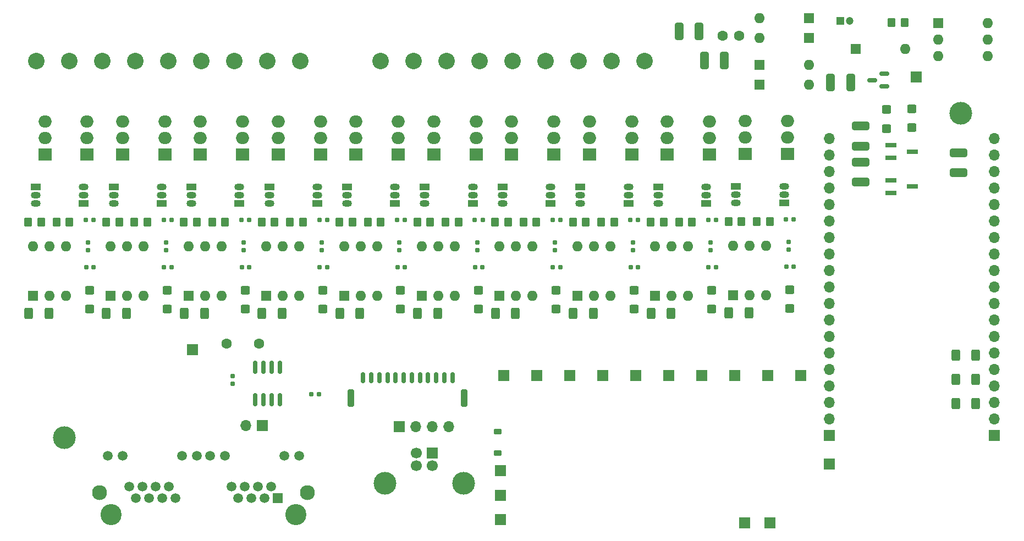
<source format=gbr>
%TF.GenerationSoftware,KiCad,Pcbnew,7.0.10*%
%TF.CreationDate,2024-07-06T13:40:55+02:00*%
%TF.ProjectId,OverlordDimmer,4f766572-6c6f-4726-9444-696d6d65722e,rev?*%
%TF.SameCoordinates,Original*%
%TF.FileFunction,Soldermask,Top*%
%TF.FilePolarity,Negative*%
%FSLAX46Y46*%
G04 Gerber Fmt 4.6, Leading zero omitted, Abs format (unit mm)*
G04 Created by KiCad (PCBNEW 7.0.10) date 2024-07-06 13:40:55*
%MOMM*%
%LPD*%
G01*
G04 APERTURE LIST*
G04 Aperture macros list*
%AMRoundRect*
0 Rectangle with rounded corners*
0 $1 Rounding radius*
0 $2 $3 $4 $5 $6 $7 $8 $9 X,Y pos of 4 corners*
0 Add a 4 corners polygon primitive as box body*
4,1,4,$2,$3,$4,$5,$6,$7,$8,$9,$2,$3,0*
0 Add four circle primitives for the rounded corners*
1,1,$1+$1,$2,$3*
1,1,$1+$1,$4,$5*
1,1,$1+$1,$6,$7*
1,1,$1+$1,$8,$9*
0 Add four rect primitives between the rounded corners*
20,1,$1+$1,$2,$3,$4,$5,0*
20,1,$1+$1,$4,$5,$6,$7,0*
20,1,$1+$1,$6,$7,$8,$9,0*
20,1,$1+$1,$8,$9,$2,$3,0*%
G04 Aperture macros list end*
%ADD10R,1.600000X1.600000*%
%ADD11O,1.600000X1.600000*%
%ADD12R,2.000000X1.905000*%
%ADD13O,2.000000X1.905000*%
%ADD14R,1.700000X1.700000*%
%ADD15R,1.500000X1.050000*%
%ADD16O,1.500000X1.050000*%
%ADD17RoundRect,0.155000X0.212500X0.155000X-0.212500X0.155000X-0.212500X-0.155000X0.212500X-0.155000X0*%
%ADD18RoundRect,0.250000X0.400000X0.625000X-0.400000X0.625000X-0.400000X-0.625000X0.400000X-0.625000X0*%
%ADD19RoundRect,0.250000X-0.450000X0.400000X-0.450000X-0.400000X0.450000X-0.400000X0.450000X0.400000X0*%
%ADD20RoundRect,0.250000X0.350000X0.450000X-0.350000X0.450000X-0.350000X-0.450000X0.350000X-0.450000X0*%
%ADD21RoundRect,0.160000X-0.197500X-0.160000X0.197500X-0.160000X0.197500X0.160000X-0.197500X0.160000X0*%
%ADD22O,1.700000X1.700000*%
%ADD23RoundRect,0.250000X-0.400000X-0.625000X0.400000X-0.625000X0.400000X0.625000X-0.400000X0.625000X0*%
%ADD24RoundRect,0.160000X-0.160000X0.197500X-0.160000X-0.197500X0.160000X-0.197500X0.160000X0.197500X0*%
%ADD25R,1.200000X1.200000*%
%ADD26C,1.200000*%
%ADD27C,2.540000*%
%ADD28RoundRect,0.150000X-0.150000X-0.700000X0.150000X-0.700000X0.150000X0.700000X-0.150000X0.700000X0*%
%ADD29RoundRect,0.250000X-0.250000X-1.100000X0.250000X-1.100000X0.250000X1.100000X-0.250000X1.100000X0*%
%ADD30C,3.250000*%
%ADD31R,1.500000X1.500000*%
%ADD32C,1.500000*%
%ADD33C,2.300000*%
%ADD34RoundRect,0.250000X1.075000X-0.400000X1.075000X0.400000X-1.075000X0.400000X-1.075000X-0.400000X0*%
%ADD35C,1.600000*%
%ADD36RoundRect,0.150000X-0.150000X0.825000X-0.150000X-0.825000X0.150000X-0.825000X0.150000X0.825000X0*%
%ADD37R,1.800000X0.800000*%
%ADD38RoundRect,0.250000X-0.350000X-0.450000X0.350000X-0.450000X0.350000X0.450000X-0.350000X0.450000X0*%
%ADD39C,3.500000*%
%ADD40C,1.700000*%
%ADD41RoundRect,0.250000X-0.400000X-1.075000X0.400000X-1.075000X0.400000X1.075000X-0.400000X1.075000X0*%
%ADD42RoundRect,0.160000X0.197500X0.160000X-0.197500X0.160000X-0.197500X-0.160000X0.197500X-0.160000X0*%
%ADD43RoundRect,0.250000X-1.075000X0.400000X-1.075000X-0.400000X1.075000X-0.400000X1.075000X0.400000X0*%
%ADD44RoundRect,0.225000X-0.375000X0.225000X-0.375000X-0.225000X0.375000X-0.225000X0.375000X0.225000X0*%
%ADD45RoundRect,0.150000X0.587500X0.150000X-0.587500X0.150000X-0.587500X-0.150000X0.587500X-0.150000X0*%
%ADD46RoundRect,0.250000X0.450000X-0.400000X0.450000X0.400000X-0.450000X0.400000X-0.450000X-0.400000X0*%
G04 APERTURE END LIST*
D10*
%TO.C,U5*%
X76989445Y-71550000D03*
D11*
X79529445Y-71550000D03*
X82069445Y-71550000D03*
X82069445Y-63930000D03*
X79529445Y-63930000D03*
X76989445Y-63930000D03*
%TD*%
D12*
%TO.C,Q11*%
X42907361Y-49850000D03*
D13*
X42907361Y-47310000D03*
X42907361Y-44770000D03*
%TD*%
D14*
%TO.C,Dbg1*%
X101600000Y-83820000D03*
%TD*%
D15*
%TO.C,Q18*%
X77449444Y-54780000D03*
D16*
X77449444Y-56050000D03*
X77449444Y-57320000D03*
%TD*%
D17*
%TO.C,C11*%
X122269027Y-67150000D03*
X121134027Y-67150000D03*
%TD*%
D14*
%TO.C,DbgCRX1*%
X142600000Y-106500000D03*
%TD*%
D18*
%TO.C,R5*%
X31530000Y-74250000D03*
X28430000Y-74250000D03*
%TD*%
D19*
%TO.C,D8*%
X133608888Y-70700000D03*
X133608888Y-73600000D03*
%TD*%
D20*
%TO.C,R21*%
X78289445Y-60250000D03*
X76289445Y-60250000D03*
%TD*%
D15*
%TO.C,Q34*%
X137336249Y-54693809D03*
D16*
X137336249Y-55963809D03*
X137336249Y-57233809D03*
%TD*%
D17*
%TO.C,C13*%
X146223749Y-67063809D03*
X145088749Y-67063809D03*
%TD*%
D21*
%TO.C,R24*%
X73174583Y-59850000D03*
X74369583Y-59850000D03*
%TD*%
D14*
%TO.C,11*%
X64435000Y-91535000D03*
D22*
X61895000Y-91535000D03*
%TD*%
D20*
%TO.C,R57*%
X142526250Y-60163809D03*
X140526250Y-60163809D03*
%TD*%
D15*
%TO.C,Q30*%
X101404166Y-54780000D03*
D16*
X101404166Y-56050000D03*
X101404166Y-57320000D03*
%TD*%
D19*
%TO.C,D4*%
X73722083Y-70700000D03*
X73722083Y-73600000D03*
%TD*%
D23*
%TO.C,R66*%
X171150000Y-88200000D03*
X174250000Y-88200000D03*
%TD*%
D14*
%TO.C,Dbg6*%
X127000000Y-83820000D03*
%TD*%
D10*
%TO.C,U10*%
X124898889Y-71550000D03*
D11*
X127438889Y-71550000D03*
X129978889Y-71550000D03*
X129978889Y-63930000D03*
X127438889Y-63930000D03*
X124898889Y-63930000D03*
%TD*%
D18*
%TO.C,R55*%
X139326250Y-74163809D03*
X136226250Y-74163809D03*
%TD*%
D21*
%TO.C,R51*%
X121084027Y-59850000D03*
X122279027Y-59850000D03*
%TD*%
D12*
%TO.C,Q42*%
X145226249Y-49763809D03*
D13*
X145226249Y-47223809D03*
X145226249Y-44683809D03*
%TD*%
D24*
%TO.C,R26*%
X85509444Y-63352500D03*
X85509444Y-64547500D03*
%TD*%
D20*
%TO.C,R8*%
X42357362Y-60250000D03*
X40357362Y-60250000D03*
%TD*%
D12*
%TO.C,Q20*%
X73362083Y-49850000D03*
D13*
X73362083Y-47310000D03*
X73362083Y-44770000D03*
%TD*%
D18*
%TO.C,R52*%
X127348889Y-74250000D03*
X124248889Y-74250000D03*
%TD*%
D24*
%TO.C,R62*%
X145396249Y-63266309D03*
X145396249Y-64461309D03*
%TD*%
D20*
%TO.C,R11*%
X54334723Y-60250000D03*
X52334723Y-60250000D03*
%TD*%
D21*
%TO.C,R10*%
X61197222Y-59850000D03*
X62392222Y-59850000D03*
%TD*%
D25*
%TO.C,C12*%
X153377401Y-29200000D03*
D26*
X154877401Y-29200000D03*
%TD*%
D15*
%TO.C,Q17*%
X84839445Y-57350000D03*
D16*
X84839445Y-56080000D03*
X84839445Y-54810000D03*
%TD*%
D20*
%TO.C,R2*%
X30380000Y-60250000D03*
X28380000Y-60250000D03*
%TD*%
D24*
%TO.C,R42*%
X97486805Y-63352500D03*
X97486805Y-64547500D03*
%TD*%
D10*
%TO.C,U2*%
X53034723Y-71550000D03*
D11*
X55574723Y-71550000D03*
X58114723Y-71550000D03*
X58114723Y-63930000D03*
X55574723Y-63930000D03*
X53034723Y-63930000D03*
%TD*%
D20*
%TO.C,R32*%
X94616806Y-60250000D03*
X92616806Y-60250000D03*
%TD*%
D10*
%TO.C,D13*%
X155790000Y-33600000D03*
D11*
X163410000Y-33600000D03*
%TD*%
D17*
%TO.C,C5*%
X74359583Y-67150000D03*
X73224583Y-67150000D03*
%TD*%
D27*
%TO.C,J1*%
X70220000Y-35450000D03*
X65140000Y-35450000D03*
X60060000Y-35450000D03*
X54980000Y-35450000D03*
X49900000Y-35450000D03*
X44820000Y-35450000D03*
X39740000Y-35450000D03*
X34660000Y-35450000D03*
X29580000Y-35450000D03*
%TD*%
D12*
%TO.C,Q14*%
X85339444Y-49850000D03*
D13*
X85339444Y-47310000D03*
X85339444Y-44770000D03*
%TD*%
D19*
%TO.C,D9*%
X121631527Y-70700000D03*
X121631527Y-73600000D03*
%TD*%
D10*
%TO.C,U7*%
X112921528Y-71550000D03*
D11*
X115461528Y-71550000D03*
X118001528Y-71550000D03*
X118001528Y-63930000D03*
X115461528Y-63930000D03*
X112921528Y-63930000D03*
%TD*%
D15*
%TO.C,Q9*%
X48907362Y-57350000D03*
D16*
X48907362Y-56080000D03*
X48907362Y-54810000D03*
%TD*%
D14*
%TO.C,Dbg3V3*%
X53700000Y-79900000D03*
%TD*%
D15*
%TO.C,Q13*%
X72862084Y-57350000D03*
D16*
X72862084Y-56080000D03*
X72862084Y-54810000D03*
%TD*%
D17*
%TO.C,C7*%
X110291666Y-67150000D03*
X109156666Y-67150000D03*
%TD*%
D28*
%TO.C,J6*%
X79925000Y-84150000D03*
X81175000Y-84150000D03*
X82425000Y-84150000D03*
X83675000Y-84150000D03*
X84925000Y-84150000D03*
X86175000Y-84150000D03*
X87425000Y-84150000D03*
X88675000Y-84150000D03*
X89925000Y-84150000D03*
X91175000Y-84150000D03*
X92425000Y-84150000D03*
X93675000Y-84150000D03*
D29*
X78075000Y-87350000D03*
X95525000Y-87350000D03*
%TD*%
D18*
%TO.C,R18*%
X43507362Y-74250000D03*
X40407362Y-74250000D03*
%TD*%
D15*
%TO.C,Q33*%
X120771528Y-57350000D03*
D16*
X120771528Y-56080000D03*
X120771528Y-54810000D03*
%TD*%
D17*
%TO.C,C1*%
X38427500Y-67150000D03*
X37292500Y-67150000D03*
%TD*%
D24*
%TO.C,R13*%
X59835000Y-83892500D03*
X59835000Y-85087500D03*
%TD*%
%TO.C,R53*%
X121441527Y-63352500D03*
X121441527Y-64547500D03*
%TD*%
D21*
%TO.C,R7*%
X49219861Y-59850000D03*
X50414861Y-59850000D03*
%TD*%
D30*
%TO.C,J3*%
X69540000Y-105310000D03*
X41090000Y-105310000D03*
D31*
X66750000Y-102770000D03*
D32*
X65734000Y-100990000D03*
X64718000Y-102770000D03*
X63702000Y-100990000D03*
X62686000Y-102770000D03*
X61670000Y-100990000D03*
X60654000Y-102770000D03*
X59638000Y-100990000D03*
X70050000Y-96170000D03*
X67760000Y-96170000D03*
X58620000Y-96170000D03*
X56330000Y-96170000D03*
X51000000Y-102770000D03*
X49984000Y-100990000D03*
X48968000Y-102770000D03*
X47952000Y-100990000D03*
X46936000Y-102770000D03*
X45920000Y-100990000D03*
X44904000Y-102770000D03*
X43888000Y-100990000D03*
X54300000Y-96170000D03*
X52010000Y-96170000D03*
X42870000Y-96170000D03*
X40580000Y-96170000D03*
D33*
X71320000Y-101880000D03*
X39320000Y-101880000D03*
%TD*%
D24*
%TO.C,R29*%
X73532083Y-63352500D03*
X73532083Y-64547500D03*
%TD*%
D10*
%TO.C,D11*%
X148610000Y-31900000D03*
D11*
X140990000Y-31900000D03*
%TD*%
D12*
%TO.C,Q4*%
X37430000Y-49850000D03*
D13*
X37430000Y-47310000D03*
X37430000Y-44770000D03*
%TD*%
D10*
%TO.C,D10*%
X148610000Y-28800000D03*
D11*
X140990000Y-28800000D03*
%TD*%
D24*
%TO.C,R40*%
X109464166Y-63352500D03*
X109464166Y-64547500D03*
%TD*%
D21*
%TO.C,R34*%
X97129305Y-59850000D03*
X98324305Y-59850000D03*
%TD*%
D20*
%TO.C,R49*%
X126198889Y-60250000D03*
X124198889Y-60250000D03*
%TD*%
D34*
%TO.C,R63*%
X171600000Y-52650000D03*
X171600000Y-49550000D03*
%TD*%
D12*
%TO.C,Q32*%
X138726249Y-49763809D03*
D13*
X138726249Y-47223809D03*
X138726249Y-44683809D03*
%TD*%
D12*
%TO.C,Q28*%
X102794166Y-49850000D03*
D13*
X102794166Y-47310000D03*
X102794166Y-44770000D03*
%TD*%
D14*
%TO.C,Dbg9*%
X142240000Y-83820000D03*
%TD*%
D10*
%TO.C,U3*%
X41057362Y-71550000D03*
D11*
X43597362Y-71550000D03*
X46137362Y-71550000D03*
X46137362Y-63930000D03*
X43597362Y-63930000D03*
X41057362Y-63930000D03*
%TD*%
D17*
%TO.C,C3*%
X50404861Y-67150000D03*
X49269861Y-67150000D03*
%TD*%
D14*
%TO.C,DbgGND1*%
X101075000Y-98515000D03*
%TD*%
D20*
%TO.C,R19*%
X82639445Y-60250000D03*
X80639445Y-60250000D03*
%TD*%
D12*
%TO.C,Q40*%
X133248888Y-49850000D03*
D13*
X133248888Y-47310000D03*
X133248888Y-44770000D03*
%TD*%
D18*
%TO.C,R39*%
X103394167Y-74250000D03*
X100294167Y-74250000D03*
%TD*%
D15*
%TO.C,Q31*%
X96816806Y-57350000D03*
D16*
X96816806Y-56080000D03*
X96816806Y-54810000D03*
%TD*%
D15*
%TO.C,Q38*%
X132748889Y-57350000D03*
D16*
X132748889Y-56080000D03*
X132748889Y-54810000D03*
%TD*%
D12*
%TO.C,Q24*%
X97316805Y-49850000D03*
D13*
X97316805Y-47310000D03*
X97316805Y-44770000D03*
%TD*%
D19*
%TO.C,D15*%
X160500000Y-42900000D03*
X160500000Y-45800000D03*
%TD*%
D17*
%TO.C,C2*%
X62382222Y-67150000D03*
X61247222Y-67150000D03*
%TD*%
D21*
%TO.C,R20*%
X85151944Y-59850000D03*
X86346944Y-59850000D03*
%TD*%
D35*
%TO.C,C9*%
X135300000Y-31500000D03*
X137800000Y-31500000D03*
%TD*%
D20*
%TO.C,R47*%
X130548889Y-60250000D03*
X128548889Y-60250000D03*
%TD*%
D12*
%TO.C,Q10*%
X49407361Y-49850000D03*
D13*
X49407361Y-47310000D03*
X49407361Y-44770000D03*
%TD*%
D15*
%TO.C,Q23*%
X113381527Y-54780000D03*
D16*
X113381527Y-56050000D03*
X113381527Y-57320000D03*
%TD*%
D36*
%TO.C,U4*%
X67140000Y-82600000D03*
X65870000Y-82600000D03*
X64600000Y-82600000D03*
X63330000Y-82600000D03*
X63330000Y-87550000D03*
X64600000Y-87550000D03*
X65870000Y-87550000D03*
X67140000Y-87550000D03*
%TD*%
D21*
%TO.C,R3*%
X37242500Y-59850000D03*
X38437500Y-59850000D03*
%TD*%
D14*
%TO.C,Dbg10*%
X147320000Y-83820000D03*
%TD*%
D37*
%TO.C,Q43*%
X161150000Y-48400000D03*
X161150000Y-50300000D03*
X164450000Y-49350000D03*
%TD*%
D38*
%TO.C,R56*%
X161300000Y-29500000D03*
X163300000Y-29500000D03*
%TD*%
D14*
%TO.C,Dbg5V0*%
X151700000Y-97500000D03*
%TD*%
D39*
%TO.C,H1*%
X33960000Y-93450000D03*
%TD*%
D14*
%TO.C,Dbg7*%
X132080000Y-83820000D03*
%TD*%
D21*
%TO.C,R37*%
X109106666Y-59850000D03*
X110301666Y-59850000D03*
%TD*%
D20*
%TO.C,R35*%
X106594167Y-60250000D03*
X104594167Y-60250000D03*
%TD*%
D19*
%TO.C,D17*%
X145586249Y-70613809D03*
X145586249Y-73513809D03*
%TD*%
D17*
%TO.C,C10*%
X134246388Y-67150000D03*
X133111388Y-67150000D03*
%TD*%
D15*
%TO.C,Q2*%
X29540000Y-54780000D03*
D16*
X29540000Y-56050000D03*
X29540000Y-57320000D03*
%TD*%
D14*
%TO.C,J5*%
X90600000Y-95760000D03*
D40*
X88100000Y-95760000D03*
X88100000Y-97760000D03*
X90600000Y-97760000D03*
D39*
X95370000Y-100470000D03*
X83330000Y-100470000D03*
%TD*%
D18*
%TO.C,R17*%
X55484723Y-74250000D03*
X52384723Y-74250000D03*
%TD*%
D20*
%TO.C,R9*%
X46707362Y-60250000D03*
X44707362Y-60250000D03*
%TD*%
D37*
%TO.C,Q45*%
X161150000Y-53800000D03*
X161150000Y-55700000D03*
X164450000Y-54750000D03*
%TD*%
D10*
%TO.C,D12*%
X140940000Y-36030000D03*
D11*
X148560000Y-36030000D03*
%TD*%
D21*
%TO.C,R58*%
X145038749Y-59763809D03*
X146233749Y-59763809D03*
%TD*%
D19*
%TO.C,D1*%
X37790000Y-70700000D03*
X37790000Y-73600000D03*
%TD*%
D41*
%TO.C,R59*%
X151900000Y-38700000D03*
X155000000Y-38700000D03*
%TD*%
D20*
%TO.C,R6*%
X58684723Y-60250000D03*
X56684723Y-60250000D03*
%TD*%
D12*
%TO.C,Q25*%
X90816805Y-49850000D03*
D13*
X90816805Y-47310000D03*
X90816805Y-44770000D03*
%TD*%
D18*
%TO.C,R31*%
X79439445Y-74250000D03*
X76339445Y-74250000D03*
%TD*%
D12*
%TO.C,Q5*%
X54884722Y-49850000D03*
D13*
X54884722Y-47310000D03*
X54884722Y-44770000D03*
%TD*%
D42*
%TO.C,R12*%
X73147500Y-86710000D03*
X71952500Y-86710000D03*
%TD*%
D20*
%TO.C,R50*%
X138176250Y-60163809D03*
X136176250Y-60163809D03*
%TD*%
D24*
%TO.C,R16*%
X61554722Y-63352500D03*
X61554722Y-64547500D03*
%TD*%
D14*
%TO.C,Dbg4*%
X116840000Y-83820000D03*
%TD*%
D20*
%TO.C,R22*%
X66312084Y-60250000D03*
X64312084Y-60250000D03*
%TD*%
D19*
%TO.C,D6*%
X97676805Y-70700000D03*
X97676805Y-73600000D03*
%TD*%
D14*
%TO.C,DbgCTX1*%
X138700000Y-106500000D03*
%TD*%
D20*
%TO.C,R1*%
X34730000Y-60250000D03*
X32730000Y-60250000D03*
%TD*%
D34*
%TO.C,R60*%
X156540000Y-48540000D03*
X156540000Y-45440000D03*
%TD*%
D17*
%TO.C,C6*%
X86336944Y-67150000D03*
X85201944Y-67150000D03*
%TD*%
D15*
%TO.C,Q29*%
X108794167Y-57350000D03*
D16*
X108794167Y-56080000D03*
X108794167Y-54810000D03*
%TD*%
D15*
%TO.C,Q26*%
X89426805Y-54780000D03*
D16*
X89426805Y-56050000D03*
X89426805Y-57320000D03*
%TD*%
D18*
%TO.C,R43*%
X115371528Y-74250000D03*
X112271528Y-74250000D03*
%TD*%
D20*
%TO.C,R38*%
X114221528Y-60250000D03*
X112221528Y-60250000D03*
%TD*%
D10*
%TO.C,U11*%
X136876250Y-71463809D03*
D11*
X139416250Y-71463809D03*
X141956250Y-71463809D03*
X141956250Y-63843809D03*
X139416250Y-63843809D03*
X136876250Y-63843809D03*
%TD*%
D18*
%TO.C,R41*%
X91416806Y-74250000D03*
X88316806Y-74250000D03*
%TD*%
D10*
%TO.C,U12*%
X168500000Y-29575000D03*
D11*
X168500000Y-32115000D03*
X168500000Y-34655000D03*
X176120000Y-34655000D03*
X176120000Y-32115000D03*
X176120000Y-29575000D03*
%TD*%
D39*
%TO.C,H2*%
X171960000Y-43450000D03*
%TD*%
D24*
%TO.C,R14*%
X49577361Y-63352500D03*
X49577361Y-64547500D03*
%TD*%
D43*
%TO.C,R61*%
X156570000Y-50960000D03*
X156570000Y-54060000D03*
%TD*%
D14*
%TO.C,DbgEdge1*%
X165100000Y-37900000D03*
%TD*%
D12*
%TO.C,Q35*%
X114771527Y-49850000D03*
D13*
X114771527Y-47310000D03*
X114771527Y-44770000D03*
%TD*%
D20*
%TO.C,R23*%
X70662084Y-60250000D03*
X68662084Y-60250000D03*
%TD*%
D10*
%TO.C,D16*%
X140940000Y-39030000D03*
D11*
X148560000Y-39030000D03*
%TD*%
D12*
%TO.C,Q27*%
X109294166Y-49850000D03*
D13*
X109294166Y-47310000D03*
X109294166Y-44770000D03*
%TD*%
D19*
%TO.C,D5*%
X85699444Y-70700000D03*
X85699444Y-73600000D03*
%TD*%
D20*
%TO.C,R46*%
X118571528Y-60250000D03*
X116571528Y-60250000D03*
%TD*%
D14*
%TO.C,Dbg5*%
X121920000Y-83820000D03*
%TD*%
D19*
%TO.C,D7*%
X109654166Y-70700000D03*
X109654166Y-73600000D03*
%TD*%
D15*
%TO.C,Q7*%
X53494722Y-54780000D03*
D16*
X53494722Y-56050000D03*
X53494722Y-57320000D03*
%TD*%
D12*
%TO.C,Q19*%
X66862083Y-49850000D03*
D13*
X66862083Y-47310000D03*
X66862083Y-44770000D03*
%TD*%
D20*
%TO.C,R36*%
X102244167Y-60250000D03*
X100244167Y-60250000D03*
%TD*%
D44*
%TO.C,D18*%
X100610000Y-92450000D03*
X100610000Y-95750000D03*
%TD*%
D18*
%TO.C,R28*%
X67462084Y-74250000D03*
X64362084Y-74250000D03*
%TD*%
D23*
%TO.C,R64*%
X171150000Y-80700000D03*
X174250000Y-80700000D03*
%TD*%
D14*
%TO.C,Dbg3*%
X111760000Y-83820000D03*
%TD*%
D15*
%TO.C,Q41*%
X144726250Y-57263809D03*
D16*
X144726250Y-55993809D03*
X144726250Y-54723809D03*
%TD*%
D15*
%TO.C,Q3*%
X36930000Y-57350000D03*
D16*
X36930000Y-56080000D03*
X36930000Y-54810000D03*
%TD*%
D10*
%TO.C,U9*%
X100944167Y-71550000D03*
D11*
X103484167Y-71550000D03*
X106024167Y-71550000D03*
X106024167Y-63930000D03*
X103484167Y-63930000D03*
X100944167Y-63930000D03*
%TD*%
D21*
%TO.C,R48*%
X133061388Y-59850000D03*
X134256388Y-59850000D03*
%TD*%
D17*
%TO.C,C8*%
X98314305Y-67150000D03*
X97179305Y-67150000D03*
%TD*%
D14*
%TO.C,J2*%
X85500000Y-91700000D03*
D22*
X88040000Y-91700000D03*
X90580000Y-91700000D03*
X93120000Y-91700000D03*
%TD*%
D10*
%TO.C,U8*%
X88966806Y-71550000D03*
D11*
X91506806Y-71550000D03*
X94046806Y-71550000D03*
X94046806Y-63930000D03*
X91506806Y-63930000D03*
X88966806Y-63930000D03*
%TD*%
D14*
%TO.C,DbgUTX1*%
X101075000Y-102315000D03*
%TD*%
D12*
%TO.C,Q1*%
X30930000Y-49850000D03*
D13*
X30930000Y-47310000D03*
X30930000Y-44770000D03*
%TD*%
D15*
%TO.C,Q37*%
X125358888Y-54780000D03*
D16*
X125358888Y-56050000D03*
X125358888Y-57320000D03*
%TD*%
D19*
%TO.C,D2*%
X49767361Y-70700000D03*
X49767361Y-73600000D03*
%TD*%
D14*
%TO.C,DbgURX1*%
X101075000Y-106065000D03*
%TD*%
D10*
%TO.C,U6*%
X65012084Y-71550000D03*
D11*
X67552084Y-71550000D03*
X70092084Y-71550000D03*
X70092084Y-63930000D03*
X67552084Y-63930000D03*
X65012084Y-63930000D03*
%TD*%
D45*
%TO.C,Q44*%
X160187500Y-39310000D03*
X160187500Y-37410000D03*
X158312500Y-38360000D03*
%TD*%
D41*
%TO.C,R44*%
X132450000Y-35300000D03*
X135550000Y-35300000D03*
%TD*%
D14*
%TO.C,Dbg8*%
X137160000Y-83820000D03*
%TD*%
D35*
%TO.C,C4*%
X63935000Y-78935000D03*
X58935000Y-78935000D03*
%TD*%
D15*
%TO.C,Q15*%
X65472083Y-54780000D03*
D16*
X65472083Y-56050000D03*
X65472083Y-57320000D03*
%TD*%
D15*
%TO.C,Q8*%
X41517361Y-54780000D03*
D16*
X41517361Y-56050000D03*
X41517361Y-57320000D03*
%TD*%
D41*
%TO.C,R45*%
X128550000Y-30840000D03*
X131650000Y-30840000D03*
%TD*%
D24*
%TO.C,R4*%
X37600000Y-63352500D03*
X37600000Y-64547500D03*
%TD*%
D23*
%TO.C,R65*%
X171150000Y-84450000D03*
X174250000Y-84450000D03*
%TD*%
D15*
%TO.C,Q6*%
X60884723Y-57350000D03*
D16*
X60884723Y-56080000D03*
X60884723Y-54810000D03*
%TD*%
D24*
%TO.C,R54*%
X133418888Y-63352500D03*
X133418888Y-64547500D03*
%TD*%
D12*
%TO.C,Q12*%
X61384722Y-49850000D03*
D13*
X61384722Y-47310000D03*
X61384722Y-44770000D03*
%TD*%
D20*
%TO.C,R33*%
X90266806Y-60250000D03*
X88266806Y-60250000D03*
%TD*%
D10*
%TO.C,U1*%
X29080000Y-71550000D03*
D11*
X31620000Y-71550000D03*
X34160000Y-71550000D03*
X34160000Y-63930000D03*
X31620000Y-63930000D03*
X29080000Y-63930000D03*
%TD*%
D12*
%TO.C,Q39*%
X126748888Y-49850000D03*
D13*
X126748888Y-47310000D03*
X126748888Y-44770000D03*
%TD*%
D27*
%TO.C,J4*%
X123220000Y-35450000D03*
X118140000Y-35450000D03*
X113060000Y-35450000D03*
X107980000Y-35450000D03*
X102900000Y-35450000D03*
X97820000Y-35450000D03*
X92740000Y-35450000D03*
X87660000Y-35450000D03*
X82580000Y-35450000D03*
%TD*%
D12*
%TO.C,Q16*%
X78839444Y-49850000D03*
D13*
X78839444Y-47310000D03*
X78839444Y-44770000D03*
%TD*%
D14*
%TO.C,ESP1*%
X177100000Y-93040000D03*
D22*
X177100000Y-90500000D03*
X177100000Y-87960000D03*
X177100000Y-85420000D03*
X177100000Y-82880000D03*
X177100000Y-80340000D03*
X177100000Y-77800000D03*
X177100000Y-75260000D03*
X177100000Y-72720000D03*
X177100000Y-70180000D03*
X177100000Y-67640000D03*
X177100000Y-65100000D03*
X177100000Y-62560000D03*
X177100000Y-60020000D03*
X177100000Y-57480000D03*
X177100000Y-54940000D03*
X177100000Y-52400000D03*
X177100000Y-49860000D03*
X177100000Y-47320000D03*
D14*
X151700000Y-93040000D03*
D22*
X151700000Y-90500000D03*
X151700000Y-87960000D03*
X151700000Y-85420000D03*
X151700000Y-82880000D03*
X151700000Y-80340000D03*
X151700000Y-77800000D03*
X151700000Y-75260000D03*
X151700000Y-72720000D03*
X151700000Y-70180000D03*
X151700000Y-67640000D03*
X151700000Y-65100000D03*
X151700000Y-62560000D03*
X151700000Y-60020000D03*
X151700000Y-57480000D03*
X151700000Y-54940000D03*
X151700000Y-52400000D03*
X151700000Y-49860000D03*
X151700000Y-47320000D03*
%TD*%
D14*
%TO.C,Dbg2*%
X106680000Y-83820000D03*
%TD*%
D12*
%TO.C,Q36*%
X121271527Y-49850000D03*
D13*
X121271527Y-47310000D03*
X121271527Y-44770000D03*
%TD*%
D19*
%TO.C,D3*%
X61744722Y-70700000D03*
X61744722Y-73600000D03*
%TD*%
D46*
%TO.C,D14*%
X164400000Y-45700000D03*
X164400000Y-42800000D03*
%TD*%
M02*

</source>
